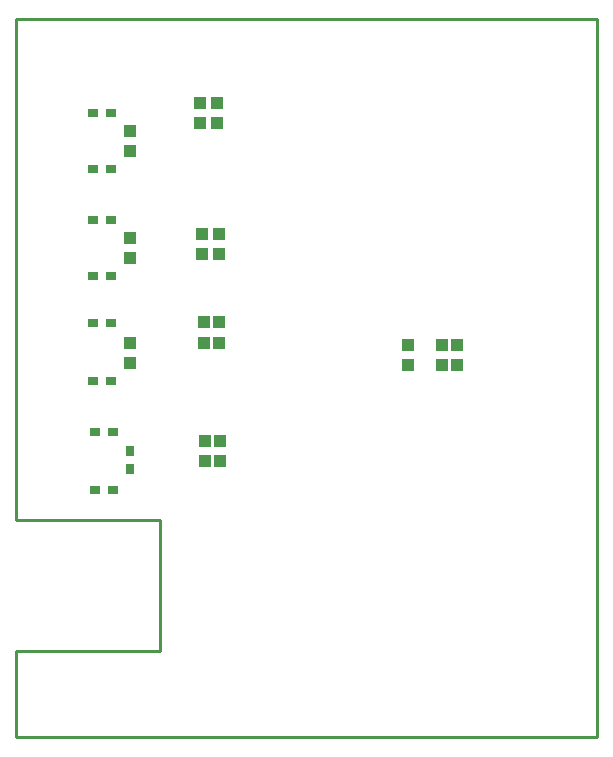
<source format=gbp>
G75*
%MOIN*%
%OFA0B0*%
%FSLAX24Y24*%
%IPPOS*%
%LPD*%
%AMOC8*
5,1,8,0,0,1.08239X$1,22.5*
%
%ADD10C,0.0100*%
%ADD11R,0.0394X0.0433*%
%ADD12R,0.0354X0.0315*%
%ADD13R,0.0433X0.0394*%
%ADD14R,0.0315X0.0354*%
D10*
X001993Y000973D02*
X001993Y003848D01*
X006805Y003848D01*
X006805Y008223D01*
X001993Y008223D01*
X001993Y024910D01*
X021368Y024910D01*
X021368Y000973D01*
X001993Y000973D01*
D11*
X008305Y010200D03*
X008805Y010200D03*
X008805Y010870D03*
X008305Y010870D03*
X005805Y013450D03*
X005805Y014120D03*
X008243Y014138D03*
X008743Y014138D03*
X008743Y014807D03*
X008243Y014807D03*
X008180Y017075D03*
X008743Y017075D03*
X008743Y017745D03*
X008180Y017745D03*
X005805Y017620D03*
X005805Y016950D03*
X005805Y020513D03*
X005805Y021182D03*
X008118Y021450D03*
X008680Y021450D03*
X008680Y022120D03*
X008118Y022120D03*
X016180Y014057D03*
X016680Y014057D03*
X016680Y013388D03*
X016180Y013388D03*
D12*
X005230Y011160D03*
X004630Y011160D03*
X004568Y012848D03*
X005168Y012848D03*
X005168Y014785D03*
X004568Y014785D03*
X004568Y016348D03*
X005168Y016348D03*
X005168Y018223D03*
X004568Y018223D03*
X004568Y019910D03*
X005168Y019910D03*
X005168Y021785D03*
X004568Y021785D03*
X004630Y009223D03*
X005230Y009223D03*
D13*
X015055Y013388D03*
X015055Y014057D03*
D14*
X005805Y010523D03*
X005805Y009923D03*
M02*

</source>
